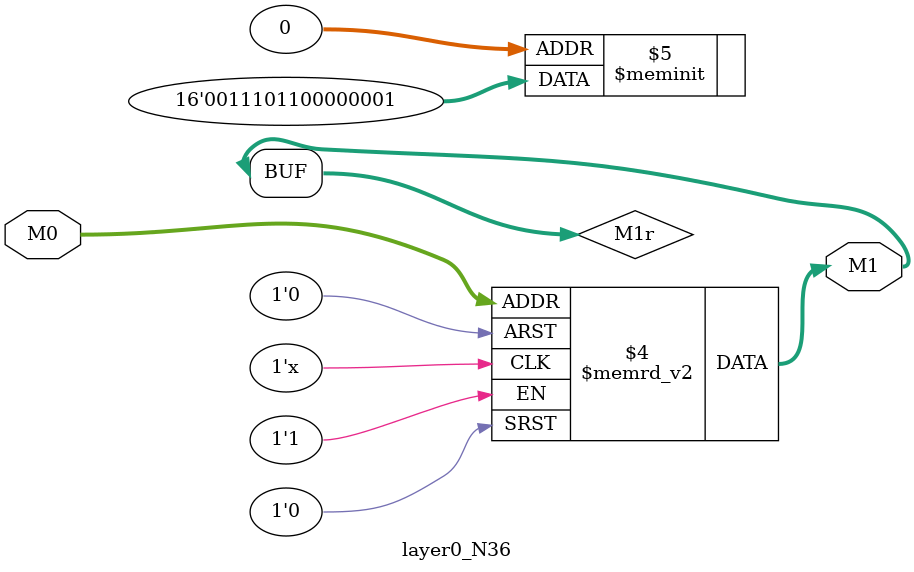
<source format=v>
module layer0_N36 ( input [2:0] M0, output [1:0] M1 );

	(*rom_style = "distributed" *) reg [1:0] M1r;
	assign M1 = M1r;
	always @ (M0) begin
		case (M0)
			3'b000: M1r = 2'b01;
			3'b100: M1r = 2'b11;
			3'b010: M1r = 2'b00;
			3'b110: M1r = 2'b11;
			3'b001: M1r = 2'b00;
			3'b101: M1r = 2'b10;
			3'b011: M1r = 2'b00;
			3'b111: M1r = 2'b00;

		endcase
	end
endmodule

</source>
